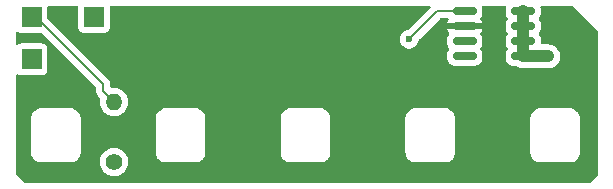
<source format=gbr>
%TF.GenerationSoftware,KiCad,Pcbnew,9.0.1*%
%TF.CreationDate,2025-07-31T19:05:46-04:00*%
%TF.ProjectId,droneled,64726f6e-656c-4656-942e-6b696361645f,rev?*%
%TF.SameCoordinates,Original*%
%TF.FileFunction,Copper,L1,Top*%
%TF.FilePolarity,Positive*%
%FSLAX46Y46*%
G04 Gerber Fmt 4.6, Leading zero omitted, Abs format (unit mm)*
G04 Created by KiCad (PCBNEW 9.0.1) date 2025-07-31 19:05:46*
%MOMM*%
%LPD*%
G01*
G04 APERTURE LIST*
G04 Aperture macros list*
%AMRoundRect*
0 Rectangle with rounded corners*
0 $1 Rounding radius*
0 $2 $3 $4 $5 $6 $7 $8 $9 X,Y pos of 4 corners*
0 Add a 4 corners polygon primitive as box body*
4,1,4,$2,$3,$4,$5,$6,$7,$8,$9,$2,$3,0*
0 Add four circle primitives for the rounded corners*
1,1,$1+$1,$2,$3*
1,1,$1+$1,$4,$5*
1,1,$1+$1,$6,$7*
1,1,$1+$1,$8,$9*
0 Add four rect primitives between the rounded corners*
20,1,$1+$1,$2,$3,$4,$5,0*
20,1,$1+$1,$4,$5,$6,$7,0*
20,1,$1+$1,$6,$7,$8,$9,0*
20,1,$1+$1,$8,$9,$2,$3,0*%
G04 Aperture macros list end*
%TA.AperFunction,ComponentPad*%
%ADD10C,1.400000*%
%TD*%
%TA.AperFunction,ComponentPad*%
%ADD11O,1.400000X1.400000*%
%TD*%
%TA.AperFunction,ComponentPad*%
%ADD12R,1.700000X1.700000*%
%TD*%
%TA.AperFunction,SMDPad,CuDef*%
%ADD13RoundRect,0.150000X-0.825000X-0.150000X0.825000X-0.150000X0.825000X0.150000X-0.825000X0.150000X0*%
%TD*%
%TA.AperFunction,ViaPad*%
%ADD14C,0.600000*%
%TD*%
%TA.AperFunction,Conductor*%
%ADD15C,1.000000*%
%TD*%
%TA.AperFunction,Conductor*%
%ADD16C,0.200000*%
%TD*%
G04 APERTURE END LIST*
D10*
%TO.P,R1,1*%
%TO.N,Net-(D1-DIN)*%
X142990000Y-123730000D03*
D11*
%TO.P,R1,2*%
%TO.N,Net-(J1-Pin_1)*%
X142990000Y-118650000D03*
%TD*%
D12*
%TO.P,J3,1,Pin_1*%
%TO.N,GND*%
X141280000Y-111450000D03*
%TD*%
%TO.P,J2,1,Pin_1*%
%TO.N,Net-(J2-Pin_1)*%
X136000000Y-115050000D03*
%TD*%
D13*
%TO.P,U1,1,VIN*%
%TO.N,Net-(J2-Pin_1)*%
X172685000Y-110965000D03*
%TO.P,U1,2,OUT*%
%TO.N,CLEAN 5V*%
X172685000Y-112235000D03*
%TO.P,U1,3,FB*%
%TO.N,unconnected-(U1-FB-Pad3)*%
X172685000Y-113505000D03*
%TO.P,U1,4,~{EN}*%
%TO.N,unconnected-(U1-~{EN}-Pad4)*%
X172685000Y-114775000D03*
%TO.P,U1,5,GND*%
%TO.N,GND*%
X177635000Y-114775000D03*
%TO.P,U1,6,GND*%
X177635000Y-113505000D03*
%TO.P,U1,7,GND*%
X177635000Y-112235000D03*
%TO.P,U1,8,GND*%
X177635000Y-110965000D03*
%TD*%
D12*
%TO.P,J1,1,Pin_1*%
%TO.N,Net-(J1-Pin_1)*%
X136000000Y-111440000D03*
%TD*%
D14*
%TO.N,CLEAN 5V*%
X149380000Y-117530000D03*
X170490000Y-117470000D03*
X139620000Y-118210000D03*
X181080000Y-117560000D03*
X159940000Y-117360000D03*
%TO.N,GND*%
X179750000Y-114790000D03*
%TO.N,Net-(J2-Pin_1)*%
X167970000Y-113330000D03*
%TD*%
D15*
%TO.N,GND*%
X177635000Y-114775000D02*
X179735000Y-114775000D01*
X177635000Y-110965000D02*
X177635000Y-114775000D01*
X179735000Y-114775000D02*
X179750000Y-114790000D01*
D16*
%TO.N,Net-(J1-Pin_1)*%
X136000000Y-111440000D02*
X136360000Y-111440000D01*
X136360000Y-111440000D02*
X142080000Y-117160000D01*
X142080000Y-117160000D02*
X142080000Y-117740000D01*
X142080000Y-117740000D02*
X142990000Y-118650000D01*
%TO.N,Net-(J2-Pin_1)*%
X170335000Y-110965000D02*
X172685000Y-110965000D01*
X167970000Y-113330000D02*
X170335000Y-110965000D01*
%TD*%
%TA.AperFunction,Conductor*%
%TO.N,CLEAN 5V*%
G36*
X139872539Y-110507185D02*
G01*
X139918294Y-110559989D01*
X139929500Y-110611500D01*
X139929500Y-112347870D01*
X139929501Y-112347876D01*
X139935908Y-112407483D01*
X139986202Y-112542328D01*
X139986206Y-112542335D01*
X140072452Y-112657544D01*
X140072455Y-112657547D01*
X140187664Y-112743793D01*
X140187671Y-112743797D01*
X140322517Y-112794091D01*
X140322516Y-112794091D01*
X140327521Y-112794629D01*
X140382127Y-112800500D01*
X142177872Y-112800499D01*
X142237483Y-112794091D01*
X142372331Y-112743796D01*
X142487546Y-112657546D01*
X142573796Y-112542331D01*
X142624091Y-112407483D01*
X142630500Y-112347873D01*
X142630499Y-110611499D01*
X142650184Y-110544461D01*
X142702987Y-110498706D01*
X142754499Y-110487500D01*
X169663902Y-110487500D01*
X169730941Y-110507185D01*
X169776696Y-110559989D01*
X169786640Y-110629147D01*
X169757615Y-110692703D01*
X169751583Y-110699181D01*
X167955339Y-112495425D01*
X167894016Y-112528910D01*
X167891850Y-112529361D01*
X167736508Y-112560261D01*
X167736498Y-112560264D01*
X167590827Y-112620602D01*
X167590814Y-112620609D01*
X167459711Y-112708210D01*
X167459707Y-112708213D01*
X167348213Y-112819707D01*
X167348210Y-112819711D01*
X167260609Y-112950814D01*
X167260602Y-112950827D01*
X167200264Y-113096498D01*
X167200261Y-113096510D01*
X167169500Y-113251153D01*
X167169500Y-113408846D01*
X167200261Y-113563489D01*
X167200264Y-113563501D01*
X167260602Y-113709172D01*
X167260609Y-113709185D01*
X167348210Y-113840288D01*
X167348213Y-113840292D01*
X167459707Y-113951786D01*
X167459711Y-113951789D01*
X167590814Y-114039390D01*
X167590827Y-114039397D01*
X167719070Y-114092516D01*
X167736503Y-114099737D01*
X167891153Y-114130499D01*
X167891156Y-114130500D01*
X167891158Y-114130500D01*
X168048844Y-114130500D01*
X168048845Y-114130499D01*
X168203497Y-114099737D01*
X168349179Y-114039394D01*
X168480289Y-113951789D01*
X168591789Y-113840289D01*
X168679394Y-113709179D01*
X168680749Y-113705909D01*
X168739735Y-113563501D01*
X168739737Y-113563497D01*
X168759113Y-113466085D01*
X168770638Y-113408150D01*
X168803023Y-113346239D01*
X168804518Y-113344716D01*
X168859936Y-113289298D01*
X171209500Y-113289298D01*
X171209500Y-113720701D01*
X171212401Y-113757567D01*
X171212402Y-113757573D01*
X171258254Y-113915393D01*
X171258255Y-113915396D01*
X171258256Y-113915398D01*
X171283252Y-113957664D01*
X171341917Y-114056862D01*
X171346702Y-114063031D01*
X171344256Y-114064927D01*
X171370857Y-114113642D01*
X171365873Y-114183334D01*
X171345069Y-114215703D01*
X171346702Y-114216969D01*
X171341917Y-114223137D01*
X171258255Y-114364603D01*
X171258254Y-114364606D01*
X171212402Y-114522426D01*
X171212401Y-114522432D01*
X171209500Y-114559298D01*
X171209500Y-114990701D01*
X171212401Y-115027567D01*
X171212402Y-115027573D01*
X171258254Y-115185393D01*
X171258255Y-115185396D01*
X171341917Y-115326862D01*
X171341923Y-115326870D01*
X171458129Y-115443076D01*
X171458133Y-115443079D01*
X171458135Y-115443081D01*
X171599602Y-115526744D01*
X171641224Y-115538836D01*
X171757426Y-115572597D01*
X171757429Y-115572597D01*
X171757431Y-115572598D01*
X171794306Y-115575500D01*
X171794314Y-115575500D01*
X173575686Y-115575500D01*
X173575694Y-115575500D01*
X173612569Y-115572598D01*
X173612571Y-115572597D01*
X173612573Y-115572597D01*
X173654191Y-115560505D01*
X173770398Y-115526744D01*
X173911865Y-115443081D01*
X174028081Y-115326865D01*
X174111744Y-115185398D01*
X174157598Y-115027569D01*
X174160500Y-114990694D01*
X174160500Y-114559306D01*
X174157598Y-114522431D01*
X174150547Y-114498163D01*
X174111745Y-114364606D01*
X174111744Y-114364603D01*
X174111744Y-114364602D01*
X174028081Y-114223135D01*
X174028078Y-114223132D01*
X174023298Y-114216969D01*
X174025750Y-114215066D01*
X173999155Y-114166421D01*
X174004104Y-114096726D01*
X174024940Y-114064304D01*
X174023298Y-114063031D01*
X174028075Y-114056870D01*
X174028081Y-114056865D01*
X174111744Y-113915398D01*
X174157598Y-113757569D01*
X174160500Y-113720694D01*
X174160500Y-113289306D01*
X174157598Y-113252431D01*
X174157228Y-113251158D01*
X174111745Y-113094606D01*
X174111744Y-113094603D01*
X174111744Y-113094602D01*
X174028081Y-112953135D01*
X174028078Y-112953132D01*
X174023298Y-112946969D01*
X174025635Y-112945155D01*
X173998798Y-112896050D01*
X174003756Y-112826356D01*
X174024554Y-112793998D01*
X174022903Y-112792717D01*
X174027686Y-112786550D01*
X174111281Y-112645198D01*
X174157100Y-112487486D01*
X174157295Y-112485001D01*
X174157295Y-112485000D01*
X171212705Y-112485000D01*
X171212704Y-112485001D01*
X171212899Y-112487486D01*
X171258718Y-112645198D01*
X171342314Y-112786552D01*
X171347100Y-112792722D01*
X171344640Y-112794629D01*
X171371210Y-112843288D01*
X171366226Y-112912980D01*
X171345162Y-112945781D01*
X171346699Y-112946974D01*
X171341915Y-112953140D01*
X171258255Y-113094603D01*
X171258254Y-113094606D01*
X171212402Y-113252426D01*
X171212401Y-113252432D01*
X171209500Y-113289298D01*
X168859936Y-113289298D01*
X170547416Y-111601819D01*
X170608739Y-111568334D01*
X170635097Y-111565500D01*
X171194674Y-111565500D01*
X171261713Y-111585185D01*
X171307468Y-111637989D01*
X171317412Y-111707147D01*
X171301406Y-111752621D01*
X171258718Y-111824801D01*
X171212899Y-111982513D01*
X171212704Y-111984998D01*
X171212705Y-111985000D01*
X174157295Y-111985000D01*
X174157295Y-111984998D01*
X174157100Y-111982513D01*
X174111281Y-111824801D01*
X174027685Y-111683447D01*
X174022900Y-111677278D01*
X174025366Y-111675364D01*
X173998802Y-111626776D01*
X174003749Y-111557082D01*
X174024856Y-111524232D01*
X174023301Y-111523026D01*
X174028077Y-111516868D01*
X174028081Y-111516865D01*
X174111744Y-111375398D01*
X174157598Y-111217569D01*
X174160500Y-111180694D01*
X174160500Y-110749306D01*
X174157598Y-110712431D01*
X174157597Y-110712426D01*
X174138326Y-110646095D01*
X174138525Y-110576226D01*
X174176467Y-110517556D01*
X174240105Y-110488712D01*
X174257402Y-110487500D01*
X176062598Y-110487500D01*
X176129637Y-110507185D01*
X176175392Y-110559989D01*
X176185336Y-110629147D01*
X176181674Y-110646095D01*
X176162402Y-110712426D01*
X176162401Y-110712432D01*
X176159500Y-110749298D01*
X176159500Y-111180701D01*
X176162401Y-111217567D01*
X176162402Y-111217573D01*
X176208254Y-111375393D01*
X176208255Y-111375396D01*
X176291917Y-111516862D01*
X176296702Y-111523031D01*
X176294256Y-111524927D01*
X176320857Y-111573642D01*
X176315873Y-111643334D01*
X176295069Y-111675703D01*
X176296702Y-111676969D01*
X176291917Y-111683137D01*
X176208255Y-111824603D01*
X176208254Y-111824606D01*
X176162402Y-111982426D01*
X176162401Y-111982432D01*
X176159500Y-112019298D01*
X176159500Y-112450701D01*
X176162401Y-112487567D01*
X176162402Y-112487573D01*
X176208254Y-112645393D01*
X176208255Y-112645396D01*
X176291917Y-112786862D01*
X176296702Y-112793031D01*
X176294256Y-112794927D01*
X176320857Y-112843642D01*
X176315873Y-112913334D01*
X176295069Y-112945703D01*
X176296702Y-112946969D01*
X176291917Y-112953137D01*
X176208255Y-113094603D01*
X176208254Y-113094606D01*
X176162402Y-113252426D01*
X176162401Y-113252432D01*
X176159500Y-113289298D01*
X176159500Y-113720701D01*
X176162401Y-113757567D01*
X176162402Y-113757573D01*
X176208254Y-113915393D01*
X176208255Y-113915396D01*
X176208256Y-113915398D01*
X176233252Y-113957664D01*
X176291917Y-114056862D01*
X176296702Y-114063031D01*
X176294256Y-114064927D01*
X176320857Y-114113642D01*
X176315873Y-114183334D01*
X176295069Y-114215703D01*
X176296702Y-114216969D01*
X176291917Y-114223137D01*
X176208255Y-114364603D01*
X176208254Y-114364606D01*
X176162402Y-114522426D01*
X176162401Y-114522432D01*
X176159500Y-114559298D01*
X176159500Y-114990701D01*
X176162401Y-115027567D01*
X176162402Y-115027573D01*
X176208254Y-115185393D01*
X176208255Y-115185396D01*
X176291917Y-115326862D01*
X176291923Y-115326870D01*
X176408129Y-115443076D01*
X176408133Y-115443079D01*
X176408135Y-115443081D01*
X176549602Y-115526744D01*
X176591224Y-115538836D01*
X176707426Y-115572597D01*
X176707429Y-115572597D01*
X176707431Y-115572598D01*
X176744306Y-115575500D01*
X176994565Y-115575500D01*
X177061604Y-115595185D01*
X177063456Y-115596398D01*
X177161086Y-115661632D01*
X177343165Y-115737051D01*
X177343169Y-115737051D01*
X177343170Y-115737052D01*
X177536456Y-115775500D01*
X177536459Y-115775500D01*
X177733541Y-115775500D01*
X179563839Y-115775500D01*
X179588029Y-115777882D01*
X179607175Y-115781691D01*
X179651458Y-115790500D01*
X179651460Y-115790500D01*
X179848542Y-115790500D01*
X179848543Y-115790499D01*
X180041836Y-115752051D01*
X180223914Y-115676631D01*
X180387781Y-115567139D01*
X180527139Y-115427781D01*
X180636631Y-115263914D01*
X180712051Y-115081836D01*
X180750500Y-114888540D01*
X180750500Y-114691460D01*
X180750500Y-114691457D01*
X180750499Y-114691455D01*
X180712052Y-114498171D01*
X180712051Y-114498164D01*
X180636631Y-114316086D01*
X180636629Y-114316083D01*
X180636627Y-114316079D01*
X180527139Y-114152219D01*
X180527136Y-114152215D01*
X180516478Y-114141557D01*
X180516470Y-114141548D01*
X180372785Y-113997863D01*
X180372781Y-113997860D01*
X180208920Y-113888371D01*
X180208911Y-113888366D01*
X180136315Y-113858296D01*
X180080165Y-113835038D01*
X180026836Y-113812949D01*
X180026832Y-113812948D01*
X180026828Y-113812946D01*
X179930188Y-113793724D01*
X179833544Y-113774500D01*
X179833541Y-113774500D01*
X179234500Y-113774500D01*
X179167461Y-113754815D01*
X179121706Y-113702011D01*
X179110500Y-113650500D01*
X179110500Y-113289313D01*
X179110499Y-113289298D01*
X179107598Y-113252432D01*
X179107597Y-113252426D01*
X179061745Y-113094606D01*
X179061744Y-113094603D01*
X179061744Y-113094602D01*
X178978081Y-112953135D01*
X178978078Y-112953132D01*
X178973298Y-112946969D01*
X178975750Y-112945066D01*
X178949155Y-112896421D01*
X178954104Y-112826726D01*
X178974940Y-112794304D01*
X178973298Y-112793031D01*
X178978075Y-112786870D01*
X178978081Y-112786865D01*
X179061744Y-112645398D01*
X179107598Y-112487569D01*
X179110500Y-112450694D01*
X179110500Y-112019306D01*
X179107598Y-111982431D01*
X179061744Y-111824602D01*
X178978081Y-111683135D01*
X178978078Y-111683132D01*
X178973298Y-111676969D01*
X178975750Y-111675066D01*
X178949155Y-111626421D01*
X178954104Y-111556726D01*
X178974940Y-111524304D01*
X178973298Y-111523031D01*
X178978075Y-111516870D01*
X178978081Y-111516865D01*
X179061744Y-111375398D01*
X179107598Y-111217569D01*
X179110500Y-111180694D01*
X179110500Y-110749306D01*
X179107598Y-110712431D01*
X179107597Y-110712426D01*
X179088326Y-110646095D01*
X179088525Y-110576226D01*
X179126467Y-110517556D01*
X179190105Y-110488712D01*
X179207402Y-110487500D01*
X181736138Y-110487500D01*
X181803177Y-110507185D01*
X181823819Y-110523819D01*
X183903681Y-112603681D01*
X183937166Y-112665004D01*
X183940000Y-112691362D01*
X183940000Y-124868638D01*
X183920315Y-124935677D01*
X183903681Y-124956319D01*
X183356319Y-125503681D01*
X183294996Y-125537166D01*
X183268638Y-125540000D01*
X135561362Y-125540000D01*
X135494323Y-125520315D01*
X135473681Y-125503681D01*
X134706319Y-124736319D01*
X134672834Y-124674996D01*
X134670000Y-124648638D01*
X134670000Y-120050248D01*
X135944635Y-120050248D01*
X135944644Y-120051595D01*
X135944750Y-120055652D01*
X135944750Y-120070000D01*
X135944750Y-122876500D01*
X135945507Y-122904150D01*
X135945508Y-122904178D01*
X135948914Y-122966357D01*
X135948914Y-122966360D01*
X135974920Y-123100800D01*
X135975013Y-123101282D01*
X136015059Y-123219186D01*
X136019231Y-123230988D01*
X136087577Y-123357599D01*
X136157481Y-123451922D01*
X136161734Y-123457661D01*
X136169291Y-123467599D01*
X136169294Y-123467602D01*
X136169295Y-123467603D01*
X136273043Y-123567292D01*
X136273046Y-123567294D01*
X136273048Y-123567296D01*
X136371288Y-123637824D01*
X136374195Y-123639911D01*
X136384450Y-123647083D01*
X136513686Y-123710325D01*
X136632183Y-123748583D01*
X136668620Y-123755061D01*
X136767471Y-123772636D01*
X136767480Y-123772636D01*
X136767487Y-123772638D01*
X136829742Y-123775104D01*
X136849750Y-123775500D01*
X136849768Y-123775500D01*
X139250259Y-123775500D01*
X139252223Y-123775465D01*
X139267834Y-123775194D01*
X139330840Y-123773001D01*
X139469463Y-123748566D01*
X139589309Y-123709626D01*
X139602972Y-123704970D01*
X139730225Y-123637827D01*
X139733410Y-123635513D01*
X141789500Y-123635513D01*
X141789500Y-123824486D01*
X141819059Y-124011118D01*
X141877454Y-124190836D01*
X141963240Y-124359199D01*
X142074310Y-124512073D01*
X142207927Y-124645690D01*
X142360801Y-124756760D01*
X142440347Y-124797290D01*
X142529163Y-124842545D01*
X142529165Y-124842545D01*
X142529168Y-124842547D01*
X142625497Y-124873846D01*
X142708881Y-124900940D01*
X142895514Y-124930500D01*
X142895519Y-124930500D01*
X143084486Y-124930500D01*
X143271118Y-124900940D01*
X143450832Y-124842547D01*
X143619199Y-124756760D01*
X143772073Y-124645690D01*
X143905690Y-124512073D01*
X144016760Y-124359199D01*
X144102547Y-124190832D01*
X144160940Y-124011118D01*
X144190500Y-123824486D01*
X144190500Y-123635513D01*
X144160940Y-123448881D01*
X144128803Y-123349975D01*
X144102547Y-123269168D01*
X144102545Y-123269165D01*
X144102545Y-123269163D01*
X144017002Y-123101276D01*
X144016760Y-123100801D01*
X143905690Y-122947927D01*
X143772073Y-122814310D01*
X143619199Y-122703240D01*
X143450836Y-122617454D01*
X143271118Y-122559059D01*
X143084486Y-122529500D01*
X143084481Y-122529500D01*
X142895519Y-122529500D01*
X142895514Y-122529500D01*
X142708881Y-122559059D01*
X142529163Y-122617454D01*
X142360800Y-122703240D01*
X142273579Y-122766610D01*
X142207927Y-122814310D01*
X142207925Y-122814312D01*
X142207924Y-122814312D01*
X142074312Y-122947924D01*
X142074312Y-122947925D01*
X142074310Y-122947927D01*
X142072368Y-122950600D01*
X141963240Y-123100800D01*
X141877454Y-123269163D01*
X141819059Y-123448881D01*
X141789500Y-123635513D01*
X139733410Y-123635513D01*
X139832172Y-123563759D01*
X139843734Y-123555104D01*
X139944009Y-123451922D01*
X140018077Y-123349975D01*
X140026394Y-123338177D01*
X140089876Y-123209059D01*
X140128816Y-123089213D01*
X140153251Y-122950590D01*
X140155444Y-122887584D01*
X140155750Y-122870000D01*
X140155750Y-120070000D01*
X140155390Y-120051595D01*
X140155372Y-120050644D01*
X140155375Y-120050632D01*
X140155371Y-120050614D01*
X140155364Y-120050248D01*
X146517073Y-120050248D01*
X146517082Y-120051595D01*
X146517188Y-120055652D01*
X146517188Y-120070000D01*
X146517188Y-122876500D01*
X146517945Y-122904150D01*
X146517946Y-122904178D01*
X146521352Y-122966357D01*
X146521352Y-122966360D01*
X146547358Y-123100800D01*
X146547451Y-123101282D01*
X146587497Y-123219186D01*
X146591669Y-123230988D01*
X146660015Y-123357599D01*
X146729919Y-123451922D01*
X146734172Y-123457661D01*
X146741729Y-123467599D01*
X146741732Y-123467602D01*
X146741733Y-123467603D01*
X146845481Y-123567292D01*
X146845484Y-123567294D01*
X146845486Y-123567296D01*
X146943726Y-123637824D01*
X146946633Y-123639911D01*
X146956888Y-123647083D01*
X147086124Y-123710325D01*
X147204621Y-123748583D01*
X147241058Y-123755061D01*
X147339909Y-123772636D01*
X147339918Y-123772636D01*
X147339925Y-123772638D01*
X147402180Y-123775104D01*
X147422188Y-123775500D01*
X147422206Y-123775500D01*
X149822697Y-123775500D01*
X149824661Y-123775465D01*
X149840272Y-123775194D01*
X149903278Y-123773001D01*
X150041901Y-123748566D01*
X150161747Y-123709626D01*
X150175410Y-123704970D01*
X150302663Y-123637827D01*
X150404610Y-123563759D01*
X150416172Y-123555104D01*
X150516447Y-123451922D01*
X150590515Y-123349975D01*
X150598832Y-123338177D01*
X150662314Y-123209059D01*
X150701254Y-123089213D01*
X150725689Y-122950590D01*
X150727882Y-122887584D01*
X150728188Y-122870000D01*
X150728188Y-120070000D01*
X150727828Y-120051595D01*
X150727810Y-120050644D01*
X150727813Y-120050632D01*
X150727809Y-120050614D01*
X150727802Y-120050248D01*
X157089510Y-120050248D01*
X157089519Y-120051595D01*
X157089625Y-120055652D01*
X157089625Y-120070000D01*
X157089625Y-122876500D01*
X157090382Y-122904150D01*
X157090383Y-122904178D01*
X157093789Y-122966357D01*
X157093789Y-122966360D01*
X157119795Y-123100800D01*
X157119888Y-123101282D01*
X157159934Y-123219186D01*
X157164106Y-123230988D01*
X157232452Y-123357599D01*
X157302356Y-123451922D01*
X157306609Y-123457661D01*
X157314166Y-123467599D01*
X157314169Y-123467602D01*
X157314170Y-123467603D01*
X157417918Y-123567292D01*
X157417921Y-123567294D01*
X157417923Y-123567296D01*
X157516163Y-123637824D01*
X157519070Y-123639911D01*
X157529325Y-123647083D01*
X157658561Y-123710325D01*
X157777058Y-123748583D01*
X157813495Y-123755061D01*
X157912346Y-123772636D01*
X157912355Y-123772636D01*
X157912362Y-123772638D01*
X157974617Y-123775104D01*
X157994625Y-123775500D01*
X157994643Y-123775500D01*
X160395134Y-123775500D01*
X160397098Y-123775465D01*
X160412709Y-123775194D01*
X160475715Y-123773001D01*
X160614338Y-123748566D01*
X160734184Y-123709626D01*
X160747847Y-123704970D01*
X160875100Y-123637827D01*
X160977047Y-123563759D01*
X160988609Y-123555104D01*
X161088884Y-123451922D01*
X161162952Y-123349975D01*
X161171269Y-123338177D01*
X161234751Y-123209059D01*
X161273691Y-123089213D01*
X161298126Y-122950590D01*
X161300319Y-122887584D01*
X161300625Y-122870000D01*
X161300625Y-120070000D01*
X161300265Y-120051595D01*
X161300247Y-120050644D01*
X161300250Y-120050632D01*
X161300246Y-120050614D01*
X161300239Y-120050248D01*
X167661948Y-120050248D01*
X167661957Y-120051595D01*
X167662063Y-120055652D01*
X167662063Y-120070000D01*
X167662063Y-122876500D01*
X167662820Y-122904150D01*
X167662821Y-122904178D01*
X167666227Y-122966357D01*
X167666227Y-122966360D01*
X167692233Y-123100800D01*
X167692326Y-123101282D01*
X167732372Y-123219186D01*
X167736544Y-123230988D01*
X167804890Y-123357599D01*
X167874794Y-123451922D01*
X167879047Y-123457661D01*
X167886604Y-123467599D01*
X167886607Y-123467602D01*
X167886608Y-123467603D01*
X167990356Y-123567292D01*
X167990359Y-123567294D01*
X167990361Y-123567296D01*
X168088601Y-123637824D01*
X168091508Y-123639911D01*
X168101763Y-123647083D01*
X168230999Y-123710325D01*
X168349496Y-123748583D01*
X168385933Y-123755061D01*
X168484784Y-123772636D01*
X168484793Y-123772636D01*
X168484800Y-123772638D01*
X168547055Y-123775104D01*
X168567063Y-123775500D01*
X168567081Y-123775500D01*
X170967572Y-123775500D01*
X170969536Y-123775465D01*
X170985147Y-123775194D01*
X171048153Y-123773001D01*
X171186776Y-123748566D01*
X171306622Y-123709626D01*
X171320285Y-123704970D01*
X171447538Y-123637827D01*
X171549485Y-123563759D01*
X171561047Y-123555104D01*
X171661322Y-123451922D01*
X171735390Y-123349975D01*
X171743707Y-123338177D01*
X171807189Y-123209059D01*
X171846129Y-123089213D01*
X171870564Y-122950590D01*
X171872757Y-122887584D01*
X171873063Y-122870000D01*
X171873063Y-120070000D01*
X171872703Y-120051595D01*
X171872685Y-120050644D01*
X171872688Y-120050632D01*
X171872684Y-120050614D01*
X171872677Y-120050248D01*
X178234385Y-120050248D01*
X178234394Y-120051595D01*
X178234500Y-120055652D01*
X178234500Y-120070000D01*
X178234500Y-122876500D01*
X178235257Y-122904150D01*
X178235258Y-122904178D01*
X178238664Y-122966357D01*
X178238664Y-122966360D01*
X178264670Y-123100800D01*
X178264763Y-123101282D01*
X178304809Y-123219186D01*
X178308981Y-123230988D01*
X178377327Y-123357599D01*
X178447231Y-123451922D01*
X178451484Y-123457661D01*
X178459041Y-123467599D01*
X178459044Y-123467602D01*
X178459045Y-123467603D01*
X178562793Y-123567292D01*
X178562796Y-123567294D01*
X178562798Y-123567296D01*
X178661038Y-123637824D01*
X178663945Y-123639911D01*
X178674200Y-123647083D01*
X178803436Y-123710325D01*
X178921933Y-123748583D01*
X178958370Y-123755061D01*
X179057221Y-123772636D01*
X179057230Y-123772636D01*
X179057237Y-123772638D01*
X179119492Y-123775104D01*
X179139500Y-123775500D01*
X179139518Y-123775500D01*
X181540009Y-123775500D01*
X181541973Y-123775465D01*
X181557584Y-123775194D01*
X181620590Y-123773001D01*
X181759213Y-123748566D01*
X181879059Y-123709626D01*
X181892722Y-123704970D01*
X182019975Y-123637827D01*
X182121922Y-123563759D01*
X182133484Y-123555104D01*
X182233759Y-123451922D01*
X182307827Y-123349975D01*
X182316144Y-123338177D01*
X182379626Y-123209059D01*
X182418566Y-123089213D01*
X182443001Y-122950590D01*
X182445194Y-122887584D01*
X182445500Y-122870000D01*
X182445500Y-120070000D01*
X182445114Y-120050249D01*
X182442652Y-119987285D01*
X182418297Y-119850827D01*
X182379383Y-119731063D01*
X182374727Y-119717401D01*
X182307583Y-119590148D01*
X182307581Y-119590146D01*
X182307580Y-119590143D01*
X182307579Y-119590142D01*
X182277709Y-119549030D01*
X182233565Y-119488270D01*
X182224911Y-119476710D01*
X182121730Y-119376435D01*
X182019852Y-119302417D01*
X182008055Y-119294101D01*
X182008044Y-119294095D01*
X181878943Y-119230620D01*
X181878940Y-119230618D01*
X181759175Y-119191703D01*
X181697103Y-119180624D01*
X181622715Y-119167348D01*
X181622711Y-119167347D01*
X181622707Y-119167347D01*
X181559748Y-119164885D01*
X181540020Y-119164500D01*
X181540000Y-119164500D01*
X179139500Y-119164500D01*
X179139480Y-119164500D01*
X179119751Y-119164885D01*
X179056792Y-119167347D01*
X179056786Y-119167347D01*
X179056785Y-119167348D01*
X179013431Y-119175085D01*
X178920324Y-119191703D01*
X178800551Y-119230621D01*
X178786906Y-119235271D01*
X178786897Y-119235275D01*
X178659643Y-119302419D01*
X178659642Y-119302420D01*
X178557790Y-119376420D01*
X178546209Y-119385089D01*
X178445938Y-119488266D01*
X178445927Y-119488280D01*
X178371927Y-119590133D01*
X178363601Y-119601944D01*
X178363595Y-119601955D01*
X178300120Y-119731056D01*
X178300118Y-119731059D01*
X178261203Y-119850824D01*
X178236847Y-119987292D01*
X178235474Y-120022412D01*
X178234500Y-120025305D01*
X178234500Y-120044920D01*
X178234405Y-120049762D01*
X178234385Y-120050248D01*
X171872677Y-120050248D01*
X171872676Y-120050213D01*
X171870215Y-119987292D01*
X171870215Y-119987285D01*
X171845860Y-119850827D01*
X171806946Y-119731063D01*
X171802290Y-119717401D01*
X171735146Y-119590148D01*
X171735144Y-119590146D01*
X171735143Y-119590143D01*
X171735142Y-119590142D01*
X171705272Y-119549030D01*
X171661128Y-119488270D01*
X171652474Y-119476710D01*
X171549293Y-119376435D01*
X171447415Y-119302417D01*
X171435618Y-119294101D01*
X171435607Y-119294095D01*
X171306506Y-119230620D01*
X171306503Y-119230618D01*
X171186738Y-119191703D01*
X171124666Y-119180624D01*
X171050278Y-119167348D01*
X171050274Y-119167347D01*
X171050270Y-119167347D01*
X170987311Y-119164885D01*
X170967583Y-119164500D01*
X170967563Y-119164500D01*
X168567063Y-119164500D01*
X168567043Y-119164500D01*
X168547314Y-119164885D01*
X168484355Y-119167347D01*
X168484349Y-119167347D01*
X168484348Y-119167348D01*
X168440994Y-119175085D01*
X168347887Y-119191703D01*
X168228114Y-119230621D01*
X168214469Y-119235271D01*
X168214460Y-119235275D01*
X168087206Y-119302419D01*
X168087205Y-119302420D01*
X167985353Y-119376420D01*
X167973772Y-119385089D01*
X167873501Y-119488266D01*
X167873490Y-119488280D01*
X167799490Y-119590133D01*
X167791164Y-119601944D01*
X167791158Y-119601955D01*
X167727683Y-119731056D01*
X167727681Y-119731059D01*
X167688766Y-119850824D01*
X167664410Y-119987292D01*
X167663037Y-120022412D01*
X167662063Y-120025305D01*
X167662063Y-120044920D01*
X167661968Y-120049762D01*
X167661948Y-120050248D01*
X161300239Y-120050248D01*
X161300238Y-120050213D01*
X161297777Y-119987292D01*
X161297777Y-119987285D01*
X161273422Y-119850827D01*
X161234508Y-119731063D01*
X161229852Y-119717401D01*
X161162708Y-119590148D01*
X161162706Y-119590146D01*
X161162705Y-119590143D01*
X161162704Y-119590142D01*
X161132834Y-119549030D01*
X161088690Y-119488270D01*
X161080036Y-119476710D01*
X160976855Y-119376435D01*
X160874977Y-119302417D01*
X160863180Y-119294101D01*
X160863169Y-119294095D01*
X160734068Y-119230620D01*
X160734065Y-119230618D01*
X160614300Y-119191703D01*
X160552228Y-119180624D01*
X160477840Y-119167348D01*
X160477836Y-119167347D01*
X160477832Y-119167347D01*
X160414873Y-119164885D01*
X160395145Y-119164500D01*
X160395125Y-119164500D01*
X157994625Y-119164500D01*
X157994605Y-119164500D01*
X157974876Y-119164885D01*
X157911917Y-119167347D01*
X157911911Y-119167347D01*
X157911910Y-119167348D01*
X157868556Y-119175085D01*
X157775449Y-119191703D01*
X157655676Y-119230621D01*
X157642031Y-119235271D01*
X157642022Y-119235275D01*
X157514768Y-119302419D01*
X157514767Y-119302420D01*
X157412915Y-119376420D01*
X157401334Y-119385089D01*
X157301063Y-119488266D01*
X157301052Y-119488280D01*
X157227052Y-119590133D01*
X157218726Y-119601944D01*
X157218720Y-119601955D01*
X157155245Y-119731056D01*
X157155243Y-119731059D01*
X157116328Y-119850824D01*
X157091972Y-119987292D01*
X157090599Y-120022412D01*
X157089625Y-120025305D01*
X157089625Y-120044920D01*
X157089530Y-120049762D01*
X157089510Y-120050248D01*
X150727802Y-120050248D01*
X150727801Y-120050213D01*
X150725340Y-119987292D01*
X150725340Y-119987285D01*
X150700985Y-119850827D01*
X150662071Y-119731063D01*
X150657415Y-119717401D01*
X150590271Y-119590148D01*
X150590269Y-119590146D01*
X150590268Y-119590143D01*
X150590267Y-119590142D01*
X150560397Y-119549030D01*
X150516253Y-119488270D01*
X150507599Y-119476710D01*
X150404418Y-119376435D01*
X150302540Y-119302417D01*
X150290743Y-119294101D01*
X150290732Y-119294095D01*
X150161631Y-119230620D01*
X150161628Y-119230618D01*
X150041863Y-119191703D01*
X149979791Y-119180624D01*
X149905403Y-119167348D01*
X149905399Y-119167347D01*
X149905395Y-119167347D01*
X149842436Y-119164885D01*
X149822708Y-119164500D01*
X149822688Y-119164500D01*
X147422188Y-119164500D01*
X147422168Y-119164500D01*
X147402439Y-119164885D01*
X147339480Y-119167347D01*
X147339474Y-119167347D01*
X147339473Y-119167348D01*
X147296119Y-119175085D01*
X147203012Y-119191703D01*
X147083239Y-119230621D01*
X147069594Y-119235271D01*
X147069585Y-119235275D01*
X146942331Y-119302419D01*
X146942330Y-119302420D01*
X146840478Y-119376420D01*
X146828897Y-119385089D01*
X146728626Y-119488266D01*
X146728615Y-119488280D01*
X146654615Y-119590133D01*
X146646289Y-119601944D01*
X146646283Y-119601955D01*
X146582808Y-119731056D01*
X146582806Y-119731059D01*
X146543891Y-119850824D01*
X146519535Y-119987292D01*
X146518162Y-120022412D01*
X146517188Y-120025305D01*
X146517188Y-120044920D01*
X146517093Y-120049762D01*
X146517073Y-120050248D01*
X140155364Y-120050248D01*
X140155363Y-120050213D01*
X140152902Y-119987292D01*
X140152902Y-119987285D01*
X140128547Y-119850827D01*
X140089633Y-119731063D01*
X140084977Y-119717401D01*
X140017833Y-119590148D01*
X140017831Y-119590146D01*
X140017830Y-119590143D01*
X140017829Y-119590142D01*
X139987959Y-119549030D01*
X139943815Y-119488270D01*
X139935161Y-119476710D01*
X139831980Y-119376435D01*
X139730102Y-119302417D01*
X139718305Y-119294101D01*
X139718294Y-119294095D01*
X139589193Y-119230620D01*
X139589190Y-119230618D01*
X139469425Y-119191703D01*
X139407353Y-119180624D01*
X139332965Y-119167348D01*
X139332961Y-119167347D01*
X139332957Y-119167347D01*
X139269998Y-119164885D01*
X139250270Y-119164500D01*
X139250250Y-119164500D01*
X136849750Y-119164500D01*
X136849730Y-119164500D01*
X136830001Y-119164885D01*
X136767042Y-119167347D01*
X136767036Y-119167347D01*
X136767035Y-119167348D01*
X136723681Y-119175085D01*
X136630574Y-119191703D01*
X136510801Y-119230621D01*
X136497156Y-119235271D01*
X136497147Y-119235275D01*
X136369893Y-119302419D01*
X136369892Y-119302420D01*
X136268040Y-119376420D01*
X136256459Y-119385089D01*
X136156188Y-119488266D01*
X136156177Y-119488280D01*
X136082177Y-119590133D01*
X136073851Y-119601944D01*
X136073845Y-119601955D01*
X136010370Y-119731056D01*
X136010368Y-119731059D01*
X135971453Y-119850824D01*
X135947097Y-119987292D01*
X135945724Y-120022412D01*
X135944750Y-120025305D01*
X135944750Y-120044920D01*
X135944655Y-120049762D01*
X135944635Y-120050248D01*
X134670000Y-120050248D01*
X134670000Y-116413599D01*
X134689685Y-116346560D01*
X134742489Y-116300805D01*
X134811647Y-116290861D01*
X134868312Y-116314333D01*
X134907668Y-116343795D01*
X134907671Y-116343797D01*
X135042517Y-116394091D01*
X135042516Y-116394091D01*
X135049444Y-116394835D01*
X135102127Y-116400500D01*
X136897872Y-116400499D01*
X136957483Y-116394091D01*
X137092331Y-116343796D01*
X137207546Y-116257546D01*
X137293796Y-116142331D01*
X137344091Y-116007483D01*
X137350500Y-115947873D01*
X137350499Y-114152128D01*
X137344867Y-114099735D01*
X137344091Y-114092516D01*
X137293797Y-113957671D01*
X137293793Y-113957664D01*
X137207547Y-113842455D01*
X137207544Y-113842452D01*
X137092335Y-113756206D01*
X137092328Y-113756202D01*
X136957482Y-113705908D01*
X136957483Y-113705908D01*
X136897883Y-113699501D01*
X136897881Y-113699500D01*
X136897873Y-113699500D01*
X136897864Y-113699500D01*
X135102129Y-113699500D01*
X135102123Y-113699501D01*
X135042516Y-113705908D01*
X134907671Y-113756202D01*
X134907665Y-113756206D01*
X134868310Y-113785667D01*
X134802846Y-113810084D01*
X134734573Y-113795232D01*
X134685168Y-113745827D01*
X134670000Y-113686400D01*
X134670000Y-112803599D01*
X134689685Y-112736560D01*
X134742489Y-112690805D01*
X134811647Y-112680861D01*
X134868311Y-112704332D01*
X134873491Y-112708210D01*
X134907668Y-112733795D01*
X134907671Y-112733797D01*
X135042517Y-112784091D01*
X135042516Y-112784091D01*
X135049444Y-112784835D01*
X135102127Y-112790500D01*
X136809901Y-112790499D01*
X136876940Y-112810184D01*
X136897582Y-112826818D01*
X141443181Y-117372416D01*
X141457884Y-117399343D01*
X141474477Y-117425162D01*
X141475368Y-117431362D01*
X141476666Y-117433739D01*
X141479500Y-117460097D01*
X141479500Y-117653330D01*
X141479499Y-117653348D01*
X141479499Y-117819054D01*
X141479498Y-117819054D01*
X141520424Y-117971787D01*
X141530577Y-117989372D01*
X141530578Y-117989374D01*
X141599477Y-118108712D01*
X141599481Y-118108717D01*
X141718349Y-118227585D01*
X141718355Y-118227590D01*
X141779933Y-118289168D01*
X141813418Y-118350491D01*
X141814725Y-118396247D01*
X141789500Y-118555513D01*
X141789500Y-118744486D01*
X141819059Y-118931118D01*
X141877454Y-119110836D01*
X141963240Y-119279199D01*
X142074310Y-119432073D01*
X142207927Y-119565690D01*
X142360801Y-119676760D01*
X142440347Y-119717290D01*
X142529163Y-119762545D01*
X142529165Y-119762545D01*
X142529168Y-119762547D01*
X142625497Y-119793846D01*
X142708881Y-119820940D01*
X142895514Y-119850500D01*
X142895519Y-119850500D01*
X143084486Y-119850500D01*
X143271118Y-119820940D01*
X143450832Y-119762547D01*
X143619199Y-119676760D01*
X143772073Y-119565690D01*
X143905690Y-119432073D01*
X144016760Y-119279199D01*
X144102547Y-119110832D01*
X144160940Y-118931118D01*
X144190500Y-118744486D01*
X144190500Y-118555513D01*
X144160940Y-118368881D01*
X144115031Y-118227590D01*
X144102547Y-118189168D01*
X144102545Y-118189165D01*
X144102545Y-118189163D01*
X144016759Y-118020800D01*
X143905690Y-117867927D01*
X143772073Y-117734310D01*
X143619199Y-117623240D01*
X143450836Y-117537454D01*
X143271118Y-117479059D01*
X143084486Y-117449500D01*
X143084481Y-117449500D01*
X142895519Y-117449500D01*
X142823897Y-117460843D01*
X142805355Y-117458446D01*
X142786853Y-117461107D01*
X142771424Y-117454061D01*
X142754603Y-117451887D01*
X142740302Y-117439847D01*
X142723297Y-117432082D01*
X142714126Y-117417812D01*
X142701152Y-117406890D01*
X142695630Y-117389031D01*
X142685523Y-117373304D01*
X142680964Y-117341597D01*
X142680513Y-117340138D01*
X142680500Y-117338369D01*
X142680500Y-117249060D01*
X142680501Y-117249047D01*
X142680501Y-117080944D01*
X142639576Y-116928214D01*
X142639573Y-116928209D01*
X142560524Y-116791290D01*
X142560518Y-116791282D01*
X137386818Y-111617582D01*
X137353333Y-111556259D01*
X137350499Y-111529901D01*
X137350499Y-110611500D01*
X137370184Y-110544461D01*
X137422988Y-110498706D01*
X137474499Y-110487500D01*
X139805500Y-110487500D01*
X139872539Y-110507185D01*
G37*
%TD.AperFunction*%
%TD*%
M02*

</source>
